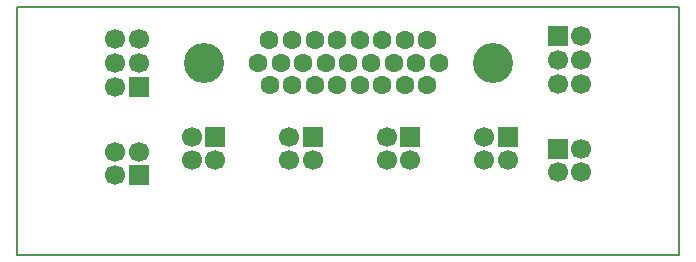
<source format=gbr>
G04 #@! TF.FileFunction,Soldermask,Bot*
%FSLAX46Y46*%
G04 Gerber Fmt 4.6, Leading zero omitted, Abs format (unit mm)*
G04 Created by KiCad (PCBNEW no-vcs-found-product) date Wed 23 Mar 2016 01:41:40 PM EET*
%MOMM*%
G01*
G04 APERTURE LIST*
%ADD10C,0.100000*%
%ADD11C,0.150000*%
%ADD12C,1.600000*%
%ADD13C,3.400000*%
%ADD14R,1.700000X1.700000*%
%ADD15C,1.700000*%
G04 APERTURE END LIST*
D10*
D11*
X142750000Y-93250000D02*
X198750000Y-93250000D01*
X142750000Y-114250000D02*
X142750000Y-93250000D01*
X198750000Y-114250000D02*
X142750000Y-114250000D01*
X198750000Y-93250000D02*
X198750000Y-114250000D01*
D12*
X177453873Y-96074042D03*
X175543873Y-96074042D03*
X173633873Y-96074042D03*
X171723873Y-96074042D03*
X169813873Y-96074042D03*
X167903873Y-96074042D03*
X165993873Y-96074042D03*
X164083873Y-96074042D03*
X178413873Y-97984042D03*
X176503873Y-97984042D03*
X174593873Y-97984042D03*
X172683873Y-97984042D03*
X170773873Y-97984042D03*
X168863873Y-97984042D03*
X166953873Y-97984042D03*
X165043873Y-97984042D03*
X163133873Y-97984042D03*
X177463873Y-99894042D03*
X175553873Y-99894042D03*
X173643873Y-99894042D03*
X171733873Y-99894042D03*
X169823873Y-99894042D03*
X167913873Y-99894042D03*
X166003873Y-99894042D03*
X164093873Y-99894042D03*
D13*
X158518873Y-97984042D03*
X183028873Y-97984042D03*
D14*
X188500000Y-95750000D03*
D15*
X190500000Y-95750000D03*
X188500000Y-97750000D03*
X190500000Y-97750000D03*
X190500000Y-99750000D03*
X188500000Y-99750000D03*
D14*
X153000000Y-100000000D03*
D15*
X151000000Y-100000000D03*
X153000000Y-98000000D03*
X151000000Y-98000000D03*
X151000000Y-96000000D03*
X153000000Y-96000000D03*
D14*
X153000000Y-107500000D03*
D15*
X151000000Y-107500000D03*
X153000000Y-105500000D03*
X151000000Y-105500000D03*
D14*
X159500000Y-104250000D03*
D15*
X159500000Y-106250000D03*
X157500000Y-104250000D03*
X157500000Y-106250000D03*
D14*
X176000000Y-104250000D03*
D15*
X176000000Y-106250000D03*
X174000000Y-104250000D03*
X174000000Y-106250000D03*
D14*
X167750000Y-104250000D03*
D15*
X167750000Y-106250000D03*
X165750000Y-104250000D03*
X165750000Y-106250000D03*
D14*
X188500000Y-105250000D03*
D15*
X190500000Y-105250000D03*
X188500000Y-107250000D03*
X190500000Y-107250000D03*
D14*
X184250000Y-104250000D03*
D15*
X184250000Y-106250000D03*
X182250000Y-104250000D03*
X182250000Y-106250000D03*
M02*

</source>
